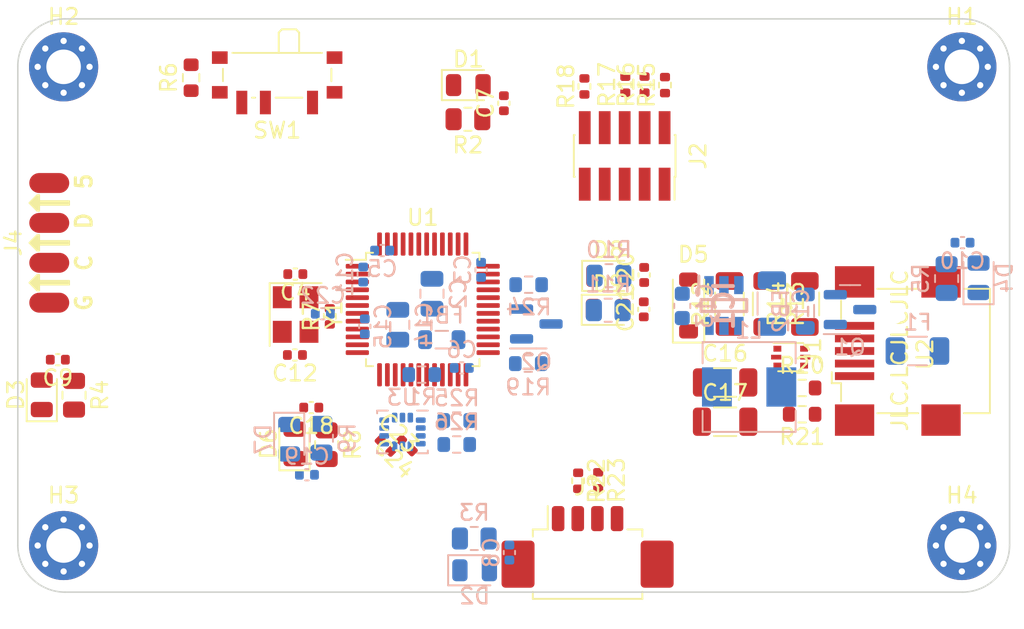
<source format=kicad_pcb>
(kicad_pcb (version 20221018) (generator pcbnew)
  (layers (0 "F.Cu" signal) (31 "B.Cu" signal) (34 "B.Paste" user) (35 "F.Paste" user) (36 "B.SilkS" user "B.Silkscreen") (37 "F.SilkS" user "F.Silkscreen") (38 "B.Mask" user) (39 "F.Mask" user) (44 "Edge.Cuts" user))
  (net 0 "")
  (net 1 "BUCK_EN")
  (net 2 "GND")
  (net 3 "+3.3V")
  (net 4 "HSE_IN")
  (net 5 "Net-(C12-Pad1)")
  (net 6 "BUCK_SW")
  (net 7 "BUCK_BST")
  (net 8 "+3.3VA")
  (net 9 "NRST")
  (net 10 "Net-(D1-K)")
  (net 11 "Net-(D2-K)")
  (net 12 "Net-(D3-K)")
  (net 13 "Net-(D4-K)")
  (net 14 "Net-(D6-K)")
  (net 15 "Net-(D7-K)")
  (net 16 "Net-(D8-K)")
  (net 17 "Net-(D9-K)")
  (net 18 "USB_CONN_5V")
  (net 19 "Net-(Q1-D)")
  (net 20 "Net-(Q1-S)")
  (net 21 "BUCK_FB")
  (net 22 "USB_CONN_D-")
  (net 23 "USB_CONN_D+")
  (net 24 "Net-(J2-Pin_2)")
  (net 25 "Net-(J2-Pin_4)")
  (net 26 "Net-(J2-Pin_6)")
  (net 29 "Net-(J2-Pin_10)")
  (net 30 "SPI2_SCK")
  (net 31 "SPI2_MOSI")
  (net 32 "Net-(Q2-B)")
  (net 33 "Net-(Q2-E)")
  (net 34 "BOOT1")
  (net 35 "TIM4_CH1")
  (net 36 "TIM4_CH2")
  (net 37 "TIM4_CH3")
  (net 38 "TIM4_CH4")
  (net 39 "Net-(SW1-B)")
  (net 40 "BOOT0")
  (net 41 "HSE_OUT")
  (net 42 "TIM2_CH1")
  (net 43 "TIM2_CH2")
  (net 44 "TIM2_CH3")
  (net 45 "TIM2_CH4")
  (net 46 "Net-(R13-Pad2)")
  (net 47 "SWDIO")
  (net 48 "SWCLK")
  (net 49 "SWO")
  (net 50 "USB_PULLUP")
  (net 51 "USART1_TX")
  (net 52 "USART1_RX")
  (net 53 "USB_D+")
  (net 54 "Net-(U3-SDX)")
  (net 55 "Net-(U3-SCX)")
  (net 59 "SPI1_NCS_GYR")
  (net 60 "SPI1_SCK")
  (net 61 "SPI1_MISO")
  (net 62 "SPI1_MOSI")
  (net 69 "USB_D-")
  (net 78 "Net-(J3-Pin_2)")
  (net 79 "Net-(J3-Pin_3)")
  (footprint "Resistor_SMD:R_1206_3216Metric" (layer "F.Cu") (at 201.075 91.4 -90)
    (fp_text reference "R13" (at 0 -1.82 90) (layer "F.SilkS"))
    (fp_text value "15k")
    (pad "1" smd roundrect (at -1.4625 0 270) (size 1.125 1.75) (layers "F.Cu" "F.Paste" "F.Mask") (roundrect_rratio 0.222222) (net 21 "BUCK_FB"))
    (pad "2" smd roundrect (at 1.4625 0 270) (size 1.125 1.75) (layers "F.Cu" "F.Paste" "F.Mask") (roundrect_rratio 0.222222) (net 46 "Net-(R13-Pad2)"))
  )
  (footprint "Capacitor_SMD:C_1206_3216Metric" (layer "F.Cu") (at 198.4 98.9)
    (fp_text reference "C17" (at 0 -1.85) (layer "F.SilkS"))
    (fp_text value "10u")
    (pad "1" smd roundrect (at -1.475 0) (size 1.15 1.8) (layers "F.Cu" "F.Paste" "F.Mask") (roundrect_rratio 0.217391) (net 3 "+3.3V"))
    (pad "2" smd roundrect (at 1.475 0) (size 1.15 1.8) (layers "F.Cu" "F.Paste" "F.Mask") (roundrect_rratio 0.217391) (net 2 "GND"))
  )
  (footprint "Resistor_SMD:R_0805_2012Metric" (layer "F.Cu") (at 156.975 97.2125 -90)
    (fp_text reference "R4" (at 0 -1.65 90) (layer "F.SilkS"))
    (fp_text value "TODO")
    (pad "1" smd roundrect (at -0.9125 0 270) (size 1.025 1.4) (layers "F.Cu" "F.Paste" "F.Mask") (roundrect_rratio 0.243902) (net 37 "TIM4_CH3"))
    (pad "2" smd roundrect (at 0.9125 0 270) (size 1.025 1.4) (layers "F.Cu" "F.Paste" "F.Mask") (roundrect_rratio 0.243902) (net 12 "Net-(D3-K)"))
  )
  (footprint "Resistor_SMD:R_0402_1005Metric" (layer "F.Cu") (at 189.05 102.66 -90)
    (fp_text reference "R22" (at 0 -1.17 90) (layer "F.SilkS"))
    (fp_text value "22")
    (pad "1" smd roundrect (at -0.51 0 270) (size 0.54 0.64) (layers "F.Cu" "F.Paste" "F.Mask") (net 51 "USART1_TX"))
    (pad "2" smd roundrect (at 0.51 0 270) (size 0.54 0.64) (layers "F.Cu" "F.Paste" "F.Mask") (net 78 "Net-(J3-Pin_2)"))
  )
  (footprint "Resistor_SMD:R_0402_1005Metric" (layer "F.Cu") (at 194.575 77.465001 90)
    (fp_text reference "R15" (at 0 -1.17 90) (layer "F.SilkS"))
    (fp_text value "22")
    (pad "1" smd roundrect (at -0.51 0 90) (size 0.54 0.64) (layers "F.Cu" "F.Paste" "F.Mask") (net 24 "Net-(J2-Pin_2)"))
    (pad "2" smd roundrect (at 0.51 0 90) (size 0.54 0.64) (layers "F.Cu" "F.Paste" "F.Mask") (net 47 "SWDIO"))
  )
  (footprint "MountingHole:MountingHole_2.2mm_M2_Pad_Via" (layer "F.Cu") (at 156.313274 106.783274)
    (fp_text reference "H3" (at 0 -3.2) (layer "F.SilkS"))
    (fp_text value "M2")
    (pad "1" thru_hole circle (at -1.65 0) (size 0.7 0.7) (drill 0.4) (layers "*.Cu" "*.Mask") (net 2 "GND"))
    (pad "1" thru_hole circle (at -1.166726 -1.166726) (size 0.7 0.7) (drill 0.4) (layers "*.Cu" "*.Mask") (net 2 "GND"))
    (pad "1" thru_hole circle (at -1.166726 1.166726) (size 0.7 0.7) (drill 0.4) (layers "*.Cu" "*.Mask") (net 2 "GND"))
    (pad "1" thru_hole circle (at 0 -1.65) (size 0.7 0.7) (drill 0.4) (layers "*.Cu" "*.Mask") (net 2 "GND"))
    (pad "1" thru_hole circle (at 0 0) (size 4.4 4.4) (drill 2.2) (layers "*.Cu" "*.Mask") (net 2 "GND"))
    (pad "1" thru_hole circle (at 0 1.65) (size 0.7 0.7) (drill 0.4) (layers "*.Cu" "*.Mask") (net 2 "GND"))
    (pad "1" thru_hole circle (at 1.166726 -1.166726) (size 0.7 0.7) (drill 0.4) (layers "*.Cu" "*.Mask") (net 2 "GND"))
    (pad "1" thru_hole circle (at 1.166726 1.166726) (size 0.7 0.7) (drill 0.4) (layers "*.Cu" "*.Mask") (net 2 "GND"))
    (pad "1" thru_hole circle (at 1.65 0) (size 0.7 0.7) (drill 0.4) (layers "*.Cu" "*.Mask") (net 2 "GND"))
  )
  (footprint "Crystal:Crystal_SMD_3225-4Pin_3.2x2.5mm" (layer "F.Cu") (at 171.075 92.075 -90)
    (fp_text reference "Y1" (at 0 -2.45 90) (layer "F.SilkS"))
    (fp_text value "12MHz")
    (pad "1" smd rect (at -1.1 0.85 270) (size 1.4 1.2) (layers "F.Cu" "F.Paste" "F.Mask") (net 4 "HSE_IN"))
    (pad "2" smd rect (at 1.1 0.85 270) (size 1.4 1.2) (layers "F.Cu" "F.Paste" "F.Mask") (net 2 "GND"))
    (pad "3" smd rect (at 1.1 -0.85 270) (size 1.4 1.2) (layers "F.Cu" "F.Paste" "F.Mask") (net 5 "Net-(C12-Pad1)"))
    (pad "4" smd rect (at -1.1 -0.85 270) (size 1.4 1.2) (layers "F.Cu" "F.Paste" "F.Mask") (net 2 "GND"))
  )
  (footprint "Diode_SMD:D_SOD-123" (layer "F.Cu") (at 196.075 91.5 90)
    (fp_text reference "D5" (at 3.25 0.3) (layer "F.SilkS"))
    (fp_text value "B5819W")
    (pad "1" smd roundrect (at -1.65 0 90) (size 0.9 1.2) (layers "F.Cu" "F.Paste" "F.Mask") (net 6 "BUCK_SW"))
    (pad "2" smd roundrect (at 1.65 0 90) (size 0.9 1.2) (layers "F.Cu" "F.Paste" "F.Mask") (net 2 "GND"))
  )
  (footprint "Button_Switch_SMD:SW_SPDT_PCM12" (layer "F.Cu") (at 169.9 77.145 180)
    (fp_text reference "SW1" (at 0 -3.2) (layer "F.SilkS"))
    (fp_text value "SW_SPDT")
    (pad "" smd rect (at -3.65 -0.78 180) (size 1 0.8) (layers "F.Cu" "F.Paste" "F.Mask"))
    (pad "" smd rect (at -3.65 1.43 180) (size 1 0.8) (layers "F.Cu" "F.Paste" "F.Mask"))
    (pad "" np_thru_hole circle (at -1.5 0.33 180) (size 0.9 0.9) (drill 0.9) (layers "*.Cu" "*.Mask"))
    (pad "" np_thru_hole circle (at 1.5 0.33 180) (size 0.9 0.9) (drill 0.9) (layers "*.Cu" "*.Mask"))
    (pad "" smd rect (at 3.65 -0.78 180) (size 1 0.8) (layers "F.Cu" "F.Paste" "F.Mask"))
    (pad "" smd rect (at 3.65 1.43 180) (size 1 0.8) (layers "F.Cu" "F.Paste" "F.Mask"))
    (pad "1" smd rect (at -2.25 -1.43 180) (size 0.7 1.5) (layers "F.Cu" "F.Paste" "F.Mask") (net 2 "GND"))
    (pad "2" smd rect (at 0.75 -1.43 180) (size 0.7 1.5) (layers "F.Cu" "F.Paste" "F.Mask") (net 39 "Net-(SW1-B)"))
    (pad "3" smd rect (at 2.25 -1.43 180) (size 0.7 1.5) (layers "F.Cu" "F.Paste" "F.Mask") (net 3 "+3.3V"))
  )
  (footprint "MountingHole:MountingHole_2.2mm_M2_Pad_Via" (layer "F.Cu") (at 213.463274 106.783274)
    (fp_text reference "H4" (at 0 -3.2) (layer "F.SilkS"))
    (fp_text value "M2")
    (pad "1" thru_hole circle (at -1.65 0) (size 0.7 0.7) (drill 0.4) (layers "*.Cu" "*.Mask") (net 2 "GND"))
    (pad "1" thru_hole circle (at -1.166726 -1.166726) (size 0.7 0.7) (drill 0.4) (layers "*.Cu" "*.Mask") (net 2 "GND"))
    (pad "1" thru_hole circle (at -1.166726 1.166726) (size 0.7 0.7) (drill 0.4) (layers "*.Cu" "*.Mask") (net 2 "GND"))
    (pad "1" thru_hole circle (at 0 -1.65) (size 0.7 0.7) (drill 0.4) (layers "*.Cu" "*.Mask") (net 2 "GND"))
    (pad "1" thru_hole circle (at 0 0) (size 4.4 4.4) (drill 2.2) (layers "*.Cu" "*.Mask") (net 2 "GND"))
    (pad "1" thru_hole circle (at 0 1.65) (size 0.7 0.7) (drill 0.4) (layers "*.Cu" "*.Mask") (net 2 "GND"))
    (pad "1" thru_hole circle (at 1.166726 -1.166726) (size 0.7 0.7) (drill 0.4) (layers "*.Cu" "*.Mask") (net 2 "GND"))
    (pad "1" thru_hole circle (at 1.166726 1.166726) (size 0.7 0.7) (drill 0.4) (layers "*.Cu" "*.Mask") (net 2 "GND"))
    (pad "1" thru_hole circle (at 1.65 0) (size 0.7 0.7) (drill 0.4) (layers "*.Cu" "*.Mask") (net 2 "GND"))
  )
  (footprint "MountingHole:MountingHole_2.2mm_M2_Pad_Via" (layer "F.Cu") (at 213.463274 76.303274)
    (fp_text reference "H1" (at 0 -3.2) (layer "F.SilkS"))
    (fp_text value "M2")
    (pad "1" thru_hole circle (at -1.65 0) (size 0.7 0.7) (drill 0.4) (layers "*.Cu" "*.Mask") (net 2 "GND"))
    (pad "1" thru_hole circle (at -1.166726 -1.166726) (size 0.7 0.7) (drill 0.4) (layers "*.Cu" "*.Mask") (net 2 "GND"))
    (pad "1" thru_hole circle (at -1.166726 1.166726) (size 0.7 0.7) (drill 0.4) (layers "*.Cu" "*.Mask") (net 2 "GND"))
    (pad "1" thru_hole circle (at 0 -1.65) (size 0.7 0.7) (drill 0.4) (layers "*.Cu" "*.Mask") (net 2 "GND"))
    (pad "1" thru_hole circle (at 0 0) (size 4.4 4.4) (drill 2.2) (layers "*.Cu" "*.Mask") (net 2 "GND"))
    (pad "1" thru_hole circle (at 0 1.65) (size 0.7 0.7) (drill 0.4) (layers "*.Cu" "*.Mask") (net 2 "GND"))
    (pad "1" thru_hole circle (at 1.166726 -1.166726) (size 0.7 0.7) (drill 0.4) (layers "*.Cu" "*.Mask") (net 2 "GND"))
    (pad "1" thru_hole circle (at 1.166726 1.166726) (size 0.7 0.7) (drill 0.4) (layers "*.Cu" "*.Mask") (net 2 "GND"))
    (pad "1" thru_hole circle (at 1.65 0) (size 0.7 0.7) (drill 0.4) (layers "*.Cu" "*.Mask") (net 2 "GND"))
  )
  (footprint "LED_SMD:LED_0805_2012Metric" (layer "F.Cu") (at 190.9625 91.775)
    (fp_text reference "D9" (at 0 -1.65) (layer "F.SilkS"))
    (fp_text value "Y/W/G")
    (pad "1" smd roundrect (at -0.9375 0) (size 0.975 1.4) (layers "F.Cu" "F.Paste" "F.Mask") (net 17 "Net-(D9-K)"))
    (pad "2" smd roundrect (at 0.9375 0) (size 0.975 1.4) (layers "F.Cu" "F.Paste" "F.Mask") (net 3 "+3.3V"))
  )
  (footprint "Resistor_SMD:R_1206_3216Metric" (layer "F.Cu") (at 198.675 91.4 90)
    (fp_text reference "R12" (at 0 -1.82 90) (layer "F.SilkS"))
    (fp_text value "47k")
    (pad "1" smd roundrect (at -1.4625 0 90) (size 1.125 1.75) (layers "F.Cu" "F.Paste" "F.Mask") (roundrect_rratio 0.222222) (net 3 "+3.3V"))
    (pad "2" smd roundrect (at 1.4625 0 90) (size 1.125 1.75) (layers "F.Cu" "F.Paste" "F.Mask") (roundrect_rratio 0.222222) (net 21 "BUCK_FB"))
  )
  (footprint "Capacitor_SMD:C_0402_1005Metric" (layer "F.Cu") (at 184.325 78.62 90)
    (fp_text reference "C7" (at 0 -1.16 90) (layer "F.SilkS"))
    (fp_text value "100n")
    (pad "1" smd roundrect (at -0.48 0 90) (size 0.56 0.62) (layers "F.Cu" "F.Paste" "F.Mask") (net 2 "GND"))
    (pad "2" smd roundrect (at 0.48 0 90) (size 0.56 0.62) (layers "F.Cu" "F.Paste" "F.Mask") (net 3 "+3.3V"))
  )
  (footprint "Capacitor_SMD:C_0402_1005Metric" (layer "F.Cu") (at 193.225 91.745 90)
    (fp_text reference "C21" (at 0 -1.16 90) (layer "F.SilkS"))
    (fp_text value "100n")
    (pad "1" smd roundrect (at -0.48 0 90) (size 0.56 0.62) (layers "F.Cu" "F.Paste" "F.Mask") (net 2 "GND"))
    (pad "2" smd roundrect (at 0.48 0 90) (size 0.56 0.62) (layers "F.Cu" "F.Paste" "F.Mask") (net 3 "+3.3V"))
  )
  (footprint "Capacitor_SMD:C_0402_1005Metric" (layer "F.Cu") (at 178.15 100.410589 135)
    (fp_text reference "C24" (at 0 -1.16 135) (layer "F.SilkS"))
    (fp_text value "100n")
    (pad "1" smd roundrect (at -0.48 0 135) (size 0.56 0.62) (layers "F.Cu" "F.Paste" "F.Mask") (net 3 "+3.3V"))
    (pad "2" smd roundrect (at 0.48 0 135) (size 0.56 0.62) (layers "F.Cu" "F.Paste" "F.Mask") (net 2 "GND"))
  )
  (footprint "Resistor_SMD:R_0402_1005Metric" (layer "F.Cu") (at 173.25 92.19 90)
    (fp_text reference "R7" (at 0 -1.17 90) (layer "F.SilkS"))
    (fp_text value "47")
    (pad "1" smd roundrect (at -0.51 0 90) (size 0.54 0.64) (layers "F.Cu" "F.Paste" "F.Mask") (net 5 "Net-(C12-Pad1)"))
    (pad "2" smd roundrect (at 0.51 0 90) (size 0.54 0.64) (layers "F.Cu" "F.Paste" "F.Mask") (net 41 "HSE_OUT"))
  )
  (footprint "Resistor_SMD:R_0603_1608Metric" (layer "F.Cu") (at 203.3 98.425 180)
    (fp_text reference "R21" (at 0 -1.43) (layer "F.SilkS"))
    (fp_text value "36k")
    (pad "1" smd roundrect (at -0.825 0 180) (size 0.8 0.95) (layers "F.Cu" "F.Paste" "F.Mask") (net 2 "GND"))
    (pad "2" smd roundrect (at 0.825 0 180) (size 0.8 0.95) (layers "F.Cu" "F.Paste" "F.Mask") (net 32 "Net-(Q2-B)"))
  )
  (footprint "Capacitor_SMD:C_0402_1005Metric" (layer "F.Cu") (at 171.03 94.65 180)
    (fp_text reference "C12" (at 0 -1.16) (layer "F.SilkS"))
    (fp_text value "20p")
    (pad "1" smd roundrect (at -0.48 0 180) (size 0.56 0.62) (layers "F.Cu" "F.Paste" "F.Mask") (net 5 "Net-(C12-Pad1)"))
    (pad "2" smd roundrect (at 0.48 0 180) (size 0.56 0.62) (layers "F.Cu" "F.Paste" "F.Mask") (net 2 "GND"))
  )
  (footprint "LED_SMD:LED_0805_2012Metric" (layer "F.Cu") (at 190.9875 89.615)
    (fp_text reference "D8" (at 0 -1.65) (layer "F.SilkS"))
    (fp_text value "Y/W/G")
    (pad "1" smd roundrect (at -0.9375 0) (size 0.975 1.4) (layers "F.Cu" "F.Paste" "F.Mask") (net 16 "Net-(D8-K)"))
    (pad "2" smd roundrect (at 0.9375 0) (size 0.975 1.4) (layers "F.Cu" "F.Paste" "F.Mask") (net 3 "+3.3V"))
  )
  (footprint "Package_QFP:LQFP-48_7x7mm_P0.5mm" (layer "F.Cu") (at 179.1625 91.75)
    (fp_text reference "U1" (at 0 -5.85) (layer "F.SilkS"))
    (fp_text value "STM32F103C8Tx")
    (pad "1" smd roundrect (at -4.1625 -2.75) (size 1.475 0.3) (layers "F.Cu" "F.Paste" "F.Mask") (net 3 "+3.3V"))
    (pad "2" smd roundrect (at -4.1625 -2.25) (size 1.475 0.3) (layers "F.Cu" "F.Paste" "F.Mask"))
    (pad "3" smd roundrect (at -4.1625 -1.75) (size 1.475 0.3) (layers "F.Cu" "F.Paste" "F.Mask"))
    (pad "4" smd roundrect (at -4.1625 -1.25) (size 1.475 0.3) (layers "F.Cu" "F.Paste" "F.Mask"))
    (pad "5" smd roundrect (at -4.1625 -0.75) (size 1.475 0.3) (layers "F.Cu" "F.Paste" "F.Mask") (net 4 "HSE_IN"))
    (pad "6" smd roundrect (at -4.1625 -0.25) (size 1.475 0.3) (layers "F.Cu" "F.Paste" "F.Mask") (net 41 "HSE_OUT"))
    (pad "7" smd roundrect (at -4.1625 0.25) (size 1.475 0.3) (layers "F.Cu" "F.Paste" "F.Mask") (net 9 "NRST"))
    (pad "8" smd roundrect (at -4.1625 0.75) (size 1.475 0.3) (layers "F.Cu" "F.Paste" "F.Mask") (net 2 "GND"))
    (pad "9" smd roundrect (at -4.1625 1.25) (size 1.475 0.3) (layers "F.Cu" "F.Paste" "F.Mask") (net 8 "+3.3VA"))
    (pad "10" smd roundrect (at -4.1625 1.75) (size 1.475 0.3) (layers "F.Cu" "F.Paste" "F.Mask") (net 42 "TIM2_CH1"))
    (pad "11" smd roundrect (at -4.1625 2.25) (size 1.475 0.3) (layers "F.Cu" "F.Paste" "F.Mask") (net 43 "TIM2_CH2"))
    (pad "12" smd roundrect (at -4.1625 2.75) (size 1.475 0.3) (layers "F.Cu" "F.Paste" "F.Mask") (net 44 "TIM2_CH3"))
    (pad "13" smd roundrect (at -2.75 4.1625) (size 0.3 1.475) (layers "F.Cu" "F.Paste" "F.Mask") (net 45 "TIM2_CH4"))
    (pad "14" smd roundrect (at -2.25 4.1625) (size 0.3 1.475) (layers "F.Cu" "F.Paste" "F.Mask") (net 59 "SPI1_NCS_GYR"))
    (pad "15" smd roundrect (at -1.75 4.1625) (size 0.3 1.475) (layers "F.Cu" "F.Paste" "F.Mask") (net 60 "SPI1_SCK"))
    (pad "16" smd roundrect (at -1.25 4.1625) (size 0.3 1.475) (layers "F.Cu" "F.Paste" "F.Mask") (net 61 "SPI1_MISO"))
    (pad "17" smd roundrect (at -0.75 4.1625) (size 0.3 1.475) (layers "F.Cu" "F.Paste" "F.Mask") (net 62 "SPI1_MOSI"))
    (pad "18" smd roundrect (at -0.25 4.1625) (size 0.3 1.475) (layers "F.Cu" "F.Paste" "F.Mask"))
    (pad "19" smd roundrect (at 0.25 4.1625) (size 0.3 1.475) (layers "F.Cu" "F.Paste" "F.Mask"))
    (pad "20" smd roundrect (at 0.75 4.1625) (size 0.3 1.475) (layers "F.Cu" "F.Paste" "F.Mask") (net 34 "BOOT1"))
    (pad "21" smd roundrect (at 1.25 4.1625) (size 0.3 1.475) (layers "F.Cu" "F.Paste" "F.Mask"))
    (pad "22" smd roundrect (at 1.75 4.1625) (size 0.3 1.475) (layers "F.Cu" "F.Paste" "F.Mask") (net 50 "USB_PULLUP"))
    (pad "23" smd roundrect (at 2.25 4.1625) (size 0.3 1.475) (layers "F.Cu" "F.Paste" "F.Mask") (net 2 "GND"))
    (pad "24" smd roundrect (at 2.75 4.1625) (size 0.3 1.475) (layers "F.Cu" "F.Paste" "F.Mask") (net 3 "+3.3V"))
    (pad "25" smd roundrect (at 4.1625 2.75) (size 1.475 0.3) (layers "F.Cu" "F.Paste" "F.Mask"))
    (pad "26" smd roundrect (at 4.1625 2.25) (size 1.475 0.3) (layers "F.Cu" "F.Paste" "F.Mask") (net 30 "SPI2_SCK"))
    (pad "27" smd roundrect (at 4.1625 1.75) (size 1.475 0.3) (layers "F.Cu" "F.Paste" "F.Mask"))
    (pad "28" smd roundrect (at 4.1625 1.25) (size 1.475 0.3) (layers "F.Cu" "F.Paste" "F.Mask") (net 31 "SPI2_MOSI"))
    (pad "29" smd roundrect (at 4.1625 0.75) (size 1.475 0.3) (layers "F.Cu" "F.Paste" "F.Mask"))
    (pad "30" smd roundrect (at 4.1625 0.25) (size 1.475 0.3) (layers "F.Cu" "F.Paste" "F.Mask") (net 51 "USART1_TX"))
    (pad "31" smd roundrect (at 4.1625 -0.25) (size 1.475 0.3) (layers "F.Cu" "F.Paste" "F.Mask") (net 52 "USART1_RX"))
    (pad "32" smd roundrect (at 4.1625 -0.75) (size 1.475 0.3) (layers "F.Cu" "F.Paste" "F.Mask") (net 69 "USB_D-"))
    (pad "33" smd roundrect (at 4.1625 -1.25) (size 1.475 0.3) (layers "F.Cu" "F.Paste" "F.Mask") (net 53 "USB_D+"))
    (pad "34" smd roundrect (at 4.1625 -1.75) (size 1.475 0.3) (layers "F.Cu" "F.Paste" "F.Mask") (net 47 "SWDIO"))
    (pad "35" smd roundrect (at 4.1625 -2.25) (size 1.475 0.3) (layers "F.Cu" "F.Paste" "F.Mask") (net 2 "GND"))
    (pad "36" smd roundrect (at 4.1625 -2.75) (size 1.475 0.3) (layers "F.Cu" "F.Paste" "F.Mask") (net 3 "+3.3V"))
    (pad "37" smd roundrect (at 2.75 -4.1625) (size 0.3 1.475) (layers "F.Cu" "F.Paste" "F.Mask") (net 48 "SWCLK"))
    (pad "38" smd roundrect (at 2.25 -4.1625) (size 0.3 1.475) (layers "F.Cu" "F.Paste" "F.Mask"))
    (pad "39" smd roundrect (at 1.75 -4.1625) (size 0.3 1.475) (layers "F.Cu" "F.Paste" "F.Mask") (net 49 "SWO"))
    (pad "40" smd roundrect (at 1.25 -4.1625) (size 0.3 1.475) (layers "F.Cu" "F.Paste" "F.Mask"))
    (pad "41" smd roundrect (at 0.75 -4.1625) (size 0.3 1.475) (layers "F.Cu" "F.Paste" "F.Mask"))
    (pad "42" smd roundrect (at 0.25 -4.1625) (size 0.3 1.475) (layers "F.Cu" "F.Paste" "F.Mask") (net 35 "TIM4_CH1"))
    (pad "43" smd roundrect (at -0.25 -4.1625) (size 0.3 1.475) (layers "F.Cu" "F.Paste" "F.Mask") (net 36 "TIM4_CH2"))
    (pad "44" smd roundrect (at -0.75 -4.1625) (size 0.3 1.475) (layers "F.Cu" "F.Paste" "F.Mask") (net 40 "BOOT0"))
    (pad "45" smd roundrect (at -1.25 -4.1625) (size 0.3 1.475) (layers "F.Cu" "F.Paste" "F.Mask") (net 37 "TIM4_CH3"))
    (pad "46" smd roundrect (at -1.75 -4.1625) (size 0.3 1.475) (layers "F.Cu" "F.Paste" "F.Mask") (net 38 "TIM4_CH4"))
    (pad "47" smd roundrect (at -2.25 -4.1625) (size 0.3 1.475) (layers "F.Cu" "F.Paste" "F.Mask") (net 2 "GND"))
    (pad "48" smd roundrect (at -2.75 -4.1625) (size 0.3 1.475) (layers "F.Cu" "F.Paste" "F.Mask") (net 3 "+3.3V"))
  )
  (footprint "Capacitor_SMD:C_1206_3216Metric" (layer "F.Cu") (at 198.399999 96.4)
    (fp_text reference "C16" (at 0 -1.85) (layer "F.SilkS"))
    (fp_text value "10u")
    (pad "1" smd roundrect (at -1.475 0) (size 1.15 1.8) (layers "F.Cu" "F.Paste" "F.Mask") (roundrect_rratio 0.217391) (net 3 "+3.3V"))
    (pad "2" smd roundrect (at 1.475 0) (size 1.15 1.8) (layers "F.Cu" "F.Paste" "F.Mask") (roundrect_rratio 0.217391) (net 2 "GND"))
  )
  (footprint "Capacitor_SMD:C_0402_1005Metric" (layer "F.Cu") (at 171.055 89.5 180)
    (fp_text reference "C4" (at 0 -1.16) (layer "F.SilkS"))
    (fp_text value "20p")
    (pad "1" smd roundrect (at -0.48 0 180) (size 0.56 0.62) (layers "F.Cu" "F.Paste" "F.Mask") (net 2 "GND"))
    (pad "2" smd roundrect (at 0.48 0 180) (size 0.56 0.62) (layers "F.Cu" "F.Paste" "F.Mask") (net 4 "HSE_IN"))
  )
  (footprint "Resistor_SMD:R_0805_2012Metric" (layer "F.Cu") (at 173.05 100.3625 -90)
    (fp_text reference "R8" (at 0 -1.65 90) (layer "F.SilkS"))
    (fp_text value "TODO")
    (pad "1" smd roundrect (at -0.9125 0 270) (size 1.025 1.4) (layers "F.Cu" "F.Paste" "F.Mask") (roundrect_rratio 0.243902) (net 42 "TIM2_CH1"))
    (pad "2" smd roundrect (at 0.9125 0 270) (size 1.025 1.4) (layers "F.Cu" "F.Paste" "F.Mask") (roundrect_rratio 0.243902) (net 14 "Net-(D6-K)"))
  )
  (footprint "homemade_footprints:SK9822_edge_solder" (layer "F.Cu") (at 155.4 87.51 90)
    (fp_text reference "J4" (at 0 -2.286 90) (layer "F.SilkS"))
    (fp_text value "SK9822")
    (fp_text user "5" (at 3.302 2.794 90 unlocked) (layer "F.SilkS") (effects (font (thickness 0.2) bold) (justify left bottom)))
    (fp_text user "D" (at 0.762 2.794 90 unlocked) (layer "F.SilkS") (effects (font (thickness 0.2) bold) (justify left bottom)))
    (fp_text user "C" (at -1.905 2.794 90 unlocked) (layer "F.SilkS") (effects (font (thickness 0.2) bold) (justify left bottom)))
    (fp_text user "G" (at -4.445 2.794 90 unlocked) (layer "F.SilkS") (effects (font (thickness 0.2) bold) (justify left bottom)))
    (pad "1" smd oval (at -3.81 0 270) (size 1.27 2.54) (layers "F.Cu" "F.Paste" "F.Mask") (net 2 "GND"))
    (pad "2" smd oval (at -1.27 0 270) (size 1.27 2.54) (layers "F.Cu" "F.Paste" "F.Mask") (net 30 "SPI2_SCK"))
    (pad "3" smd oval (at 1.27 0 270) (size 1.27 2.54) (layers "F.Cu" "F.Paste" "F.Mask") (net 31 "SPI2_MOSI"))
    (pad "4" smd oval (at 3.81 0 270) (size 1.27 2.54) (layers "F.Cu" "F.Paste" "F.Mask") (net 18 "USB_CONN_5V"))
  )
  (footprint "Resistor_SMD:R_0402_1005Metric" (layer "F.Cu") (at 190.325 102.629998 -90)
    (fp_text reference "R23" (at 0 -1.17 90) (layer "F.SilkS"))
    (fp_text value "22")
    (pad "1" smd roundrect (at -0.51 0 270) (size 0.54 0.64) (layers "F.Cu" "F.Paste" "F.Mask") (net 52 "USART1_RX"))
    (pad "2" smd roundrect (at 0.51 0 270) (size 0.54 0.64) (layers "F.Cu" "F.Paste" "F.Mask") (net 79 "Net-(J3-Pin_3)"))
  )
  (footprint "Resistor_SMD:R_0603_1608Metric" (layer "F.Cu") (at 203.3 96.75)
    (fp_text reference "R20" (at 0 -1.43) (layer "F.SilkS"))
    (fp_text value "10k")
    (pad "1" smd roundrect (at -0.825 0) (size 0.8 0.95) (layers "F.Cu" "F.Paste" "F.Mask") (net 32 "Net-(Q2-B)"))
    (pad "2" smd roundrect (at 0.825 0) (size 0.8 0.95) (layers "F.Cu" "F.Paste" "F.Mask") (net 1 "BUCK_EN"))
  )
  (footprint "Resistor_SMD:R_0805_2012Metric" (layer "F.Cu") (at 182.0375 79.64 180)
    (fp_text reference "R2" (at 0 -1.65) (layer "F.SilkS"))
    (fp_text value "TODO")
    (pad "1" smd roundrect (at -0.9125 0 180) (size 1.025 1.4) (layers "F.Cu" "F.Paste" "F.Mask") (roundrect_rratio 0.243902) (net 35 "TIM4_CH1"))
    (pad "2" smd roundrect (at 0.9125 0 180) (size 1.025 1.4) (layers "F.Cu" "F.Paste" "F.Mask") (roundrect_rratio 0.243902) (net 10 "Net-(D1-K)"))
  )
  (footprint "Capacitor_SMD:C_0402_1005Metric" (layer "F.Cu") (at 176.8 100.435589 -45)
    (fp_text reference "C23" (at 0 -1.16 135) (layer "F.SilkS"))
    (fp_text value "100n")
    (pad "1" smd roundrect (at -0.48 0 315) (size 0.56 0.62) (layers "F.Cu" "F.Paste" "F.Mask") (net 3 "+3.3V"))
    (pad "2" smd roundrect (at 0.48 0 315) (size 0.56 0.62) (layers "F.Cu" "F.Paste" "F.Mask") (net 2 "GND"))
  )
  (footprint "LED_SMD:LED_0805_2012Metric" (layer "F.Cu") (at 182.0625 77.465)
    (fp_text reference "D1" (at 0 -1.65) (layer "F.SilkS"))
    (fp_text value "Y/W/G")
    (pad "1" smd roundrect (at -0.9375 0) (size 0.975 1.4) (layers "F.Cu" "F.Paste" "F.Mask") (net 10 "Net-(D1-K)"))
    (pad "2" smd roundrect (at 0.9375 0) (size 0.975 1.4) (layers "F.Cu" "F.Paste" "F.Mask") (net 3 "+3.3V"))
  )
  (footprint "Package_TO_SOT_SMD:SOT-666" (layer "F.Cu") (at 202.5754 94.7873)
    (fp_text reference "U2" (at 8.5462 -0.1819 90) (layer "F.SilkS"))
    (fp_text value "USBLC6-2P6")
    (pad "1" smd rect (at -0.85 -0.5375) (size 0.5 0.375) (layers "F.Cu" "F.Paste" "F.Mask") (net 53 "USB_D+"))
    (pad "2" smd rect (at -0.925 0) (size 0.65 0.3) (layers "F.Cu" "F.Paste" "F.Mask") (net 2 "GND"))
    (pad "3" smd rect (at -0.85 0.5375) (size 0.5 0.375) (layers "F.Cu" "F.Paste" "F.Mask") (net 69 "USB_D-"))
    (pad "4" smd rect (at 0.85 0.5375) (size 0.5 0.375) (layers "F.Cu" "F.Paste" "F.Mask") (net 22 "USB_CONN_D-"))
    (pad "5" smd rect (at 0.925 0) (size 0.65 0.3) (layers "F.Cu" "F.Paste" "F.Mask") (net 18 "USB_CONN_5V"))
    (pad "6" smd rect (at 0.85 -0.5375) (size 0.5 0.375) (layers "F.Cu" "F.Paste" "F.Mask") (net 23 "USB_CONN_D+"))
  )
  (footprint "Connector_USB:USB_Mini-B_Wuerth_65100516121_Horizontal" (layer "F.Cu") (at 209.2376 94.3964 90)
    (fp_text reference "J1" (at 0 -5.25 90) (layer "F.SilkS"))
    (fp_text value "USB_B_Mini")
    (pad "" np_thru_hole circle (at -2.2 0 90) (size 0.9 0.9) (drill 0.9) (layers "*.Cu" "*.Mask"))
    (pad "" np_thru_hole circle (at 2.2 0 90) (size 0.9 0.9) (drill 0.9) (layers "*.Cu" "*.Mask"))
    (pad "1" smd rect (at -1.6 -2.6 90) (size 0.5 2.5) (layers "F.Cu" "F.Paste" "F.Mask") (net 18 "USB_CONN_5V"))
    (pad "2" smd rect (at -0.8 -2.6 90) (size 0.5 2.5) (layers "F.Cu" "F.Paste" "F.Mask") (net 22 "USB_CONN_D-"))
    (pad "3" smd rect (at 0 -2.6 90) (size 0.5 2.5) (layers "F.Cu" "F.Paste" "F.Mask") (net 23 "USB_CONN_D+"))
    (pad "4" smd rect (at 0.8 -2.6 90) (size 0.5 2.5) (layers "F.Cu" "F.Paste" "F.Mask"))
    (pad "5" smd rect (at 1.6 -2.6 90) (size 0.5 2.5) (layers "F.Cu" "F.Paste" "F.Mask") (net 2 "GND"))
    (pad "6" smd rect (at -4.4 -2.6 90) (size 2 2.5) (layers "F.Cu" "F.Paste" "F.Mask") (net 2 "GND"))
    (pad "6" smd rect (at -4.4 2.9 90) (size 2 2.5) (layers "F.Cu" "F.Paste" "F.Mask") (net 2 "GND"))
    (pad "6" smd rect (at 4.4 -2.6 90) (size 2 2.5) (layers "F.Cu" "F.Paste" "F.Mask") (net 2 "GND"))
    (pad "6" smd rect (at 4.4 2.9 90) (size 2 2.5) (layers "F.Cu" "F.Paste" "F.Mask") (net 2 "GND"))
  )
  (footprint "Capacitor_SMD:C_0402_1005Metric" (layer "F.Cu") (at 172.07 98 180)
    (fp_text reference "C18" (at 0 -1.16) (layer "F.SilkS"))
    (fp_text value "100n")
    (pad "1" smd roundrect (at -0.48 0 180) (size 0.56 0.62) (layers "F.Cu" "F.Paste" "F.Mask") (net 2 "GND"))
    (pad "2" smd roundrect (at 0.48 0 180) (size 0.56 0.62) (layers "F.Cu" "F.Paste" "F.Mask") (net 3 "+3.3V"))
  )
  (footprint "Connector_Molex:Molex_PicoBlade_53261-0471_1x04-1MP_P1.25mm_Horizontal" (layer "F.Cu") (at 189.65 107.469999)
    (fp_text reference "J3" (at 0 -4.4) (layer "F.SilkS"))
    (fp_text value "Conn_01x04_MountingPin")
    (pad "1" smd roundrect (at -1.875 -2.4) (size 0.8 1.6) (layers "F.Cu" "F.Paste" "F.Mask") (net 3 "+3.3V"))
    (pad "2" smd roundrect (at -0.625 -2.4) (size 0.8 1.6) (layers "F.Cu" "F.Paste" "F.Mask") (net 78 "Net-(J3-Pin_2)"))
    (pad "3" smd roundrect (at 0.625 -2.4) (size 0.8 1.6) (layers "F.Cu" "F.Paste" "F.Mask") (net 79 "Net-(J3-Pin_3)"))
    (pad "4" smd roundrect (at 1.875 -2.4) (size 0.8 1.6) (layers "F.Cu" "F.Paste" "F.Mask") (net 2 "GND"))
    (pad "MP" smd roundrect (at -4.425 0.5) (size 2.1 3) (layers "F.Cu" "F.Paste" "F.Mask") (roundrect_rratio 0.119048))
    (pad "MP" smd roundrect (at 4.425 0.5) (size 2.1 3) (layers "F.Cu" "F.Paste" "F.Mask") (roundrect_rratio 0.119048))
  )
  (footprint "Resistor_SMD:R_0603_1608Metric" (layer "F.Cu") (at 164.425 76.995 90)
    (fp_text reference "R6" (at 0 -1.43 90) (layer "F.SilkS"))
    (fp_text value "10k")
    (pad "1" smd roundrect (at -0.825 0 90) (size 0.8 0.95) (layers "F.Cu" "F.Paste" "F.Mask") (net 39 "Net-(SW1-B)"))
    (pad "2" smd roundrect (at 0.825 0 90) (size 0.8 0.95) (layers "F.Cu" "F.Paste" "F.Mask") (net 40 "BOOT0"))
  )
  (footprint "Resistor_SMD:R_0402_1005Metric" (layer "F.Cu") (at 189.45 77.55 90)
    (fp_text reference "R18" (at 0 -1.17 90) (layer "F.SilkS"))
    (fp_text value "22")
    (pad "1" smd roundrect (at -0.51 0 90) (size 0.54 0.64) (layers "F.Cu" "F.Paste" "F.Mask") (net 29 "Net-(J2-Pin_10)"))
    (pad "2" smd roundrect (at 0.51 0 90) (size 0.54 0.64) (layers "F.Cu" "F.Paste" "F.Mask") (net 9 "NRST"))
  )
  (footprint "LED_SMD:LED_0805_2012Metric" (layer "F.Cu") (at 154.925 97.1875 90)
    (fp_text reference "D3" (at 0 -1.65 90) (layer "F.SilkS"))
    (fp_text value "Y/W/G")
    (pad "1" smd roundrect (at -0.9375 0 90) (size 0.975 1.4) (layers "F.Cu" "F.Paste" "F.Mask") (net 12 "Net-(D3-K)"))
    (pad "2" smd roundrect (at 0.9375 0 90) (size 0.975 1.4) (layers "F.Cu" "F.Paste" "F.Mask") (net 3 "+3.3V"))
  )
  (footprint "MountingHole:MountingHole_2.2mm_M2_Pad_Via" (layer "F.Cu") (at 156.313274 76.303274)
    (fp_text reference "H2" (at 0 -3.2) (layer "F.SilkS"))
    (fp_text value "M2")
    (pad "1" thru_hole circle (at -1.65 0) (size 0.7 0.7) (drill 0.4) (layers "*.Cu" "*.Mask") (net 2 "GND"))
    (pad "1" thru_hole circle (at -1.166726 -1.166726) (size 0.7 0.7) (drill 0.4) (layers "*.Cu" "*.Mask") (net 2 "GND"))
    (pad "1" thru_hole circle (at -1.166726 1.166726) (size 0.7 0.7) (drill 0.4) (layers "*.Cu" "*.Mask") (net 2 "GND"))
    (pad "1" thru_hole circle (at 0 -1.65) (size 0.7 0.7) (drill 0.4) (layers "*.Cu" "*.Mask") (net 2 "GND"))
    (pad "1" thru_hole circle (at 0 0) (size 4.4 4.4) (drill 2.2) (layers "*.Cu" "*.Mask") (net 2 "GND"))
    (pad "1" thru_hole circle (at 0 1.65) (size 0.7 0.7) (drill 0.4) (layers "*.Cu" "*.Mask") (net 2 "GND"))
    (pad "1" thru_hole circle (at 1.166726 -1.166726) (size 0.7 0.7) (drill 0.4) (layers "*.Cu" "*.Mask") (net 2 "GND"))
    (pad "1" thru_hole circle (at 1.166726 1.166726) (size 0.7 0.7) (drill 0.4) (layers "*.Cu" "*.Mask") (net 2 "GND"))
    (pad "1" thru_hole circle (at 1.65 0) (size 0.7 0.7) (drill 0.4) (layers "*.Cu" "*.Mask") (net 2 "GND"))
  )
  (footprint "Resistor_SMD:R_1206_3216Metric" (layer "F.Cu") (at 203.475 91.4 90)
    (fp_text reference "R14" (at 0 -1.82 90) (layer "F.SilkS"))
    (fp_text value "270")
    (pad "1" smd roundrect (at -1.4625 0 90) (size 1.125 1.75) (layers "F.Cu" "F.Paste" "F.Mask") (roundrect_rratio 0.222222) (net 46 "Net-(R13-Pad2)"))
    (pad "2" smd roundrect (at 1.4625 0 90) (size 1.125 1.75) (layers "F.Cu" "F.Paste" "F.Mask") (roundrect_rratio 0.222222) (net 2 "GND"))
  )
  (footprint "Resistor_SMD:R_0402_1005Metric" (layer "F.Cu") (at 192.05 77.440001 90)
    (fp_text reference "R17" (at 0 -1.17 90) (layer "F.SilkS"))
    (fp_text value "22")
    (pad "1" smd roundrect (at -0.51 0 90) (size 0.54 0.64) (layers "F.Cu" "F.Paste" "F.Mask") (net 26 "Net-(J2-Pin_6)"))
    (pad "2" smd roundrect (at 0.51 0 90) (size 0.54 0.64) (layers "F.Cu" "F.Paste" "F.Mask") (net 49 "SWO"))
  )
  (footprint "Capacitor_SMD:C_0402_1005Metric" (layer "F.Cu") (at 193.25 89.555 90)
    (fp_text reference "C20" (at 0 -1.16 90) (layer "F.SilkS"))
    (fp_text value "100n")
    (pad "1" smd roundrect (at -0.48 0 90) (size 0.56 0.62) (layers "F.Cu" "F.Paste" "F.Mask") (net 2 "GND"))
    (pad "2" smd roundrect (at 0.48 0 90) (size 0.56 0.62) (layers "F.Cu" "F.Paste" "F.Mask") (net 3 "+3.3V"))
  )
  (footprint "Capacitor_SMD:C_0402_1005Metric" (layer "F.Cu") (at 155.945 94.95 180)
    (fp_text reference "C9" (at 0 -1.16) (layer "F.SilkS"))
    (fp_text value "100n")
    (pad "1" smd roundrect (at -0.48 0 180) (size 0.56 0.62) (layers "F.Cu" "F.Paste" "F.Mask") (net 2 "GND"))
    (pad "2" smd roundrect (at 0.48 0 180) (size 0.56 0.62) (layers "F.Cu" "F.Paste" "F.Mask") (net 3 "+3.3V"))
  )
  (footprint "Resistor_SMD:R_0402_1005Metric" (layer "F.Cu") (at 193.275 77.434999 90)
    (fp_text reference "R16" (at 0 -1.17 90) (layer "F.SilkS"))
    (fp_text value "22")
    (pad "1" smd roundrect (at -0.51 0 90) (size 0.54 0.64) (layers "F.Cu" "F.Paste" "F.Mask") (net 25 "Net-(J2-Pin_4)"))
    (pad "2" smd roundrect (at 0.51 0 90) (size 0.54 0.64) (layers "F.Cu" "F.Paste" "F.Mask") (net 48 "SWCLK"))
  )
  (footprint "LED_SMD:LED_0805_2012Metric" (layer "F.Cu") (at 171 100.3125 90)
    (fp_text reference "D6" (at 0 -1.65 90) (layer "F.SilkS"))
    (fp_text value "Y/W/G")
    (pad "1" smd roundrect (at -0.9375 0 90) (size 0.975 1.4) (layers "F.Cu" "F.Paste" "F.Mask") (net 14 "Net-(D6-K)"))
    (pad "2" smd roundrect (at 0.9375 0 90) (size 0.975 1.4) (layers "F.Cu" "F.Paste" "F.Mask") (net 3 "+3.3V"))
  )
  (footprint "Connector_PinSocket_1.27mm:PinSocket_2x05_P1.27mm_Vertical_SMD" (layer "F.Cu") (at 192.01 81.975 -90)
    (fp_text reference "J2" (at 0 -4.675 90) (layer "F.SilkS"))
    (fp_text value "SWD")
    (pad "1" smd rect (at 1.8 -2.54 270) (size 2.1 0.75) (layers "F.Cu" "F.Paste" "F.Mask") (net 3 "+3.3V"))
    (pad "2" smd rect (at -1.8 -2.54 270) (size 2.1 0.75) (layers "F.Cu" "F.Paste" "F.Mask") (net 24 "Net-(J2-Pin_2)"))
    (pad "3" smd rect (at 1.8 -1.27 270) (size 2.1 0.75) (layers "F.Cu" "F.Paste" "F.Mask") (net 2 "GND"))
    (pad "4" smd rect (at -1.8 -1.27 270) (size 2.1 0.75) (layers "F.Cu" "F.Paste" "F.Mask") (net 25 "Net-(J2-Pin_4)"))
    (pad "5" smd rect (at 1.8 0 270) (size 2.1 0.75) (layers "F.Cu" "F.Paste" "F.Mask") (net 2 "GND"))
    (pad "6" smd rect (at -1.8 0 270) (size 2.1 0.75) (layers "F.Cu" "F.Paste" "F.Mask") (net 26 "Net-(J2-Pin_6)"))
    (pad "7" smd rect (at 1.8 1.27 270) (size 2.1 0.75) (layers "F.Cu" "F.Paste" "F.Mask"))
    (pad "8" smd rect (at -1.8 1.27 270) (size 2.1 0.75) (layers "F.Cu" "F.Paste" "F.Mask"))
    (pad "9" smd rect (at 1.8 2.54 270) (size 2.1 0.75) (layers "F.Cu" "F.Paste" "F.Mask") (net 2 "GND"))
    (pad "10" smd rect (at -1.8 2.54 270) (size 2.1 0.75) (layers "F.Cu" "F.Paste" "F.Mask") (net 29 "Net-(J2-Pin_10)"))
  )
  (footprint "Resistor_SMD:R_0805_2012Metric" (layer "B.Cu") (at 212.493 89.78473 -90)
    (fp_text reference "R5" (at 0 1.65 90) (layer "B.SilkS") (effects (justify mirror)))
    (fp_text value "TODO")
    (pad "1" smd roundrect (at -0.9125 0 270) (size 1.025 1.4) (layers "B.Cu" "B.Paste" "B.Mask") (roundrect_rratio 0.243902) (net 38 "TIM4_CH4"))
    (pad "2" smd roundrect (at 0.9125 0 270) (size 1.025 1.4) (layers "B.Cu" "B.Paste" "B.Mask") (roundrect_rratio 0.243902) (net 13 "Net-(D4-K)"))
  )
  (footprint "Resistor_SMD:R_0603_1608Metric" (layer "B.Cu") (at 185.875 95.2)
    (fp_text reference "R19" (at 0 1.5) (layer "B.SilkS") (effects (justify mirror)))
    (fp_text value "100")
    (pad "1" smd roundrect (at -0.825 0) (size 0.8 0.95) (layers "B.Cu" "B.Paste" "B.Mask") (net 50 "USB_PULLUP"))
    (pad "2" smd roundrect (at 0.825 0) (size 0.8 0.95) (layers "B.Cu" "B.Paste" "B.Mask") (net 32 "Net-(Q2-B)"))
  )
  (footprint "Resistor_SMD:R_0805_2012Metric" (layer "B.Cu") (at 172.715 99.951869 90)
    (fp_text reference "R9" (at 0 1.65 90) (layer "B.SilkS") (effects (justify mirror)))
    (fp_text value "TODO")
    (pad "1" smd roundrect (at -0.9125 0 90) (size 1.025 1.4) (layers "B.Cu" "B.Paste" "B.Mask") (roundrect_rratio 0.243902) (net 43 "TIM2_CH2"))
    (pad "2" smd roundrect (at 0.9125 0 90) (size 1.025 1.4) (layers "B.Cu" "B.Paste" "B.Mask") (roundrect_rratio 0.243902) (net 15 "Net-(D7-K)"))
  )
  (footprint "SamacSys:SOT95P280X100-6N" (layer "B.Cu") (at 198.325 91.5 -90)
    (fp_text reference "IC1" (at 0 0 90) (layer "B.SilkS") (effects (font (size 1.27 1.27) (thickness 0.254)) (justify mirror)))
    (fp_text value "MP2359DJ-LF-Z" hide)
    (pad "1" smd rect (at -1.3 0.95 180) (size 0.6 1.15) (layers "B.Cu" "B.Paste" "B.Mask") (net 7 "BUCK_BST"))
    (pad "2" smd rect (at -1.3 0 180) (size 0.6 1.15) (layers "B.Cu" "B.Paste" "B.Mask") (net 2 "GND"))
    (pad "3" smd rect (at -1.3 -0.95 180) (size 0.6 1.15) (layers "B.Cu" "B.Paste" "B.Mask") (net 21 "BUCK_FB"))
    (pad "4" smd rect (at 1.3 -0.95 180) (size 0.6 1.15) (layers "B.Cu" "B.Paste" "B.Mask") (net 1 "BUCK_EN"))
    (pad "5" smd rect (at 1.3 0 180) (size 0.6 1.15) (layers "B.Cu" "B.Paste" "B.Mask") (net 1 "BUCK_EN"))
    (pad "6" smd rect (at 1.3 0.95 180) (size 0.6 1.15) (layers "B.Cu" "B.Paste" "B.Mask") (net 6 "BUCK_SW"))
  )
  (footprint "LED_SMD:LED_0805_2012Metric" (layer "B.Cu") (at 182.46437 108.359999)
    (fp_text reference "D2" (at 0 1.65) (layer "B.SilkS") (effects (justify mirror)))
    (fp_text value "Y/W/G")
    (pad "1" smd roundrect (at -0.9375 0) (size 0.975 1.4) (layers "B.Cu" "B.Paste" "B.Mask") (net 11 "Net-(D2-K)"))
    (pad "2" smd roundrect (at 0.9375 0) (size 0.975 1.4) (layers "B.Cu" "B.Paste" "B.Mask") (net 3 "+3.3V"))
  )
  (footprint "Capacitor_SMD:C_0402_1005Metric" (layer "B.Cu") (at 175.375 89.53 -90)
    (fp_text reference "C11" (at 0 1.16 90) (layer "B.SilkS") (effects (justify mirror)))
    (fp_text value "100n")
    (pad "1" smd roundrect (at -0.48 0 270) (size 0.56 0.62) (layers "B.Cu" "B.Paste" "B.Mask") (net 3 "+3.3V"))
    (pad "2" smd roundrect (at 0.48 0 270) (size 0.56 0.62) (layers "B.Cu" "B.Paste" "B.Mask") (net 2 "GND"))
  )
  (footprint "Inductor_SMD:L_0805_2012Metric" (layer "B.Cu") (at 203.5016 91.8579 -90)
    (fp_text reference "FB2" (at 0 1.55 90) (layer "B.SilkS") (effects (justify mirror)))
    (fp_text value "600@100MHz")
    (pad "1" smd roundrect (at -1.0625 0 270) (size 0.875 1.2) (layers "B.Cu" "B.Paste" "B.Mask") (net 20 "Net-(Q1-S)"))
    (pad "2" smd roundrect (at 1.0625 0 270) (size 0.875 1.2) (layers "B.Cu" "B.Paste" "B.Mask") (net 1 "BUCK_EN"))
  )
  (footprint "Resistor_SMD:R_0805_2012Metric" (layer "B.Cu") (at 191.0125 89.6 180)
    (fp_text reference "R10" (at 0 1.65) (layer "B.SilkS") (effects (justify mirror)))
    (fp_text value "TODO")
    (pad "1" smd roundrect (at -0.9125 0 180) (size 1.025 1.4) (layers "B.Cu" "B.Paste" "B.Mask") (roundrect_rratio 0.243902) (net 44 "TIM2_CH3"))
    (pad "2" smd roundrect (at 0.9125 0 180) (size 1.025 1.4) (layers "B.Cu" "B.Paste" "B.Mask") (roundrect_rratio 0.243902) (net 16 "Net-(D8-K)"))
  )
  (footprint "Resistor_SMD:R_0603_1608Metric" (layer "B.Cu") (at 181.325 98.825 180)
    (fp_text reference "R25" (at 0 1.43) (layer "B.SilkS") (effects (justify mirror)))
    (fp_text value "10k")
    (pad "1" smd roundrect (at -0.825 0 180) (size 0.8 0.95) (layers "B.Cu" "B.Paste" "B.Mask") (net 2 "GND"))
    (pad "2" smd roundrect (at 0.825 0 180) (size 0.8 0.95) (layers "B.Cu" "B.Paste" "B.Mask") (net 54 "Net-(U3-SDX)"))
  )
  (footprint "Capacitor_SMD:C_0402_1005Metric" (layer "B.Cu") (at 184.67687 107.23 -90)
    (fp_text reference "C8" (at 0 1.16 90) (layer "B.SilkS") (effects (justify mirror)))
    (fp_text value "100n")
    (pad "1" smd roundrect (at -0.48 0 270) (size 0.56 0.62) (layers "B.Cu" "B.Paste" "B.Mask") (net 2 "GND"))
    (pad "2" smd roundrect (at 0.48 0 270) (size 0.56 0.62) (layers "B.Cu" "B.Paste" "B.Mask") (net 3 "+3.3V"))
  )
  (footprint "Capacitor_SMD:C_0805_2012Metric" (layer "B.Cu") (at 177.575 92.725 90)
    (fp_text reference "C14" (at 0 1.68 90) (layer "B.SilkS") (effects (justify mirror)))
    (fp_text value "1u")
    (pad "1" smd roundrect (at -0.95 0 90) (size 1 1.45) (layers "B.Cu" "B.Paste" "B.Mask") (net 8 "+3.3VA"))
    (pad "2" smd roundrect (at 0.95 0 90) (size 1 1.45) (layers "B.Cu" "B.Paste" "B.Mask") (net 2 "GND"))
  )
  (footprint "Capacitor_SMD:C_0402_1005Metric" (layer "B.Cu") (at 181.645 95.475 180)
    (fp_text reference "C6" (at 0 1.16) (layer "B.SilkS") (effects (justify mirror)))
    (fp_text value "100n")
    (pad "1" smd roundrect (at -0.48 0 180) (size 0.56 0.62) (layers "B.Cu" "B.Paste" "B.Mask") (net 3 "+3.3V"))
    (pad "2" smd roundrect (at 0.48 0 180) (size 0.56 0.62) (layers "B.Cu" "B.Paste" "B.Mask") (net 2 "GND"))
  )
  (footprint "LED_SMD:LED_0805_2012Metric" (layer "B.Cu") (at 214.525 89.73563 90)
    (fp_text reference "D4" (at 0 1.65 90) (layer "B.SilkS") (effects (justify mirror)))
    (fp_text value "Y/W/G")
    (pad "1" smd roundrect (at -0.9375 0 90) (size 0.975 1.4) (layers "B.Cu" "B.Paste" "B.Mask") (net 13 "Net-(D4-K)"))
    (pad "2" smd roundrect (at 0.9375 0 90) (size 0.975 1.4) (layers "B.Cu" "B.Paste" "B.Mask") (net 3 "+3.3V"))
  )
  (footprint "Resistor_SMD:R_0805_2012Metric" (layer "B.Cu") (at 182.43937 106.335 180)
    (fp_text reference "R3" (at 0 1.65) (layer "B.SilkS") (effects (justify mirror)))
    (fp_text value "TODO")
    (pad "1" smd roundrect (at -0.9125 0 180) (size 1.025 1.4) (layers "B.Cu" "B.Paste" "B.Mask") (roundrect_rratio 0.243902) (net 36 "TIM4_CH2"))
    (pad "2" smd roundrect (at 0.9125 0 180) (size 1.025 1.4) (layers "B.Cu" "B.Paste" "B.Mask") (roundrect_rratio 0.243902) (net 11 "Net-(D2-K)"))
  )
  (footprint "Capacitor_SMD:C_0402_1005Metric" (layer "B.Cu") (at 172.805 92.025 180)
    (fp_text reference "C22" (at 0 1.16) (layer "B.SilkS") (effects (justify mirror)))
    (fp_text value "100n")
    (pad "1" smd roundrect (at -0.48 0 180) (size 0.56 0.62) (layers "B.Cu" "B.Paste" "B.Mask") (net 9 "NRST"))
    (pad "2" smd roundrect (at 0.48 0 180) (size 0.56 0.62) (layers "B.Cu" "B.Paste" "B.Mask") (net 2 "GND"))
  )
  (footprint "Capacitor_SMD:C_0402_1005Metric" (layer "B.Cu") (at 175.475 92.83 90)
    (fp_text reference "C15" (at 0 1.16 90) (layer "B.SilkS") (effects (justify mirror)))
    (fp_text value "100n")
    (pad "1" smd roundrect (at -0.48 0 90) (size 0.56 0.62) (layers "B.Cu" "B.Paste" "B.Mask") (net 8 "+3.3VA"))
    (pad "2" smd roundrect (at 0.48 0 90) (size 0.56 0.62) (layers "B.Cu" "B.Paste" "B.Mask") (net 2 "GND"))
  )
  (footprint "Fuse:Fuse_1206_3216Metric" (layer "B.Cu") (at 210.637599 94.3964 180)
    (fp_text reference "F1" (at 0 1.82) (layer "B.SilkS") (effects (justify mirror)))
    (fp_text value "500mA")
    (pad "1" smd roundrect (at -1.4 0 180) (size 1.25 1.75) (layers "B.Cu" "B.Paste" "B.Mask") (roundrect_rratio 0.2) (net 18 "USB_CONN_5V"))
    (pad "2" smd roundrect (at 1.4 0 180) (size 1.25 1.75) (layers "B.Cu" "B.Paste" "B.Mask") (roundrect_rratio 0.2) (net 19 "Net-(Q1-D)"))
  )
  (footprint "Capacitor_SMD:C_0603_1608Metric" (layer "B.Cu") (at 195.675 91.525 90)
    (fp_text reference "C13" (at 0 1.43 90) (layer "B.SilkS") (effects (justify mirror)))
    (fp_text value "10n")
    (pad "1" smd roundrect (at -0.775 0 90) (size 0.9 0.95) (layers "B.Cu" "B.Paste" "B.Mask") (net 6 "BUCK_SW"))
    (pad "2" smd roundrect (at 0.775 0 90) (size 0.9 0.95) (layers "B.Cu" "B.Paste" "B.Mask") (net 7 "BUCK_BST"))
  )
  (footprint "Capacitor_SMD:C_0402_1005Metric" (layer "B.Cu") (at 176.58 88)
    (fp_text reference "C5" (at 0 1.16) (layer "B.SilkS") (effects (justify mirror)))
    (fp_text value "100n")
    (pad "1" smd roundrect (at -0.48 0) (size 0.56 0.62) (layers "B.Cu" "B.Paste" "B.Mask") (net 3 "+3.3V"))
    (pad "2" smd roundrect (at 0.48 0) (size 0.56 0.62) (layers "B.Cu" "B.Paste" "B.Mask") (net 2 "GND"))
  )
  (footprint "Capacitor_SMD:C_0805_2012Metric" (layer "B.Cu") (at 179.75 90.75 90)
    (fp_text reference "C2" (at 0 1.68 90) (layer "B.SilkS") (effects (justify mirror)))
    (fp_text value "10u")
    (pad "1" smd roundrect (at -0.95 0 90) (size 1 1.45) (layers "B.Cu" "B.Paste" "B.Mask") (net 3 "+3.3V"))
    (pad "2" smd roundrect (at 0.95 0 90) (size 1 1.45) (layers "B.Cu" "B.Paste" "B.Mask") (net 2 "GND"))
  )
  (footprint "Resistor_SMD:R_0603_1608Metric" (layer "B.Cu") (at 185.9 90.175)
    (fp_text reference "R24" (at 0 1.43) (layer "B.SilkS") (effects (justify mirror)))
    (fp_text value "1.5k")
    (pad "1" smd roundrect (at -0.825 0) (size 0.8 0.95) (layers "B.Cu" "B.Paste" "B.Mask") (net 33 "Net-(Q2-E)"))
    (pad "2" smd roundrect (at 0.825 0) (size 0.8 0.95) (layers "B.Cu" "B.Paste" "B.Mask") (net 53 "USB_D+"))
  )
  (footprint "Capacitor_SMD:C_0402_1005Metric" (layer "B.Cu") (at 182.875 89.23 -90)
    (fp_text reference "C3" (at 0 1.16 90) (layer "B.SilkS") (effects (justify mirror)))
    (fp_text value "100n")
    (pad "1" smd roundrect (at -0.48 0 270) (size 0.56 0.62) (layers "B.Cu" "B.Paste" "B.Mask") (net 3 "+3.3V"))
    (pad "2" smd roundrect (at 0.48 0 270) (size 0.56 0.62) (layers "B.Cu" "B.Paste" "B.Mask") (net 2 "GND"))
  )
  (footprint "Capacitor_SMD:C_1206_3216Metric" (layer "B.Cu") (at 201.375 91.375001 90)
    (fp_text reference "C1" (at 0 1.85 90) (layer "B.SilkS") (effects (justify mirror)))
    (fp_text value "10u")
    (pad "1" smd roundrect (at -1.475 0 90) (size 1.15 1.8) (layers "B.Cu" "B.Paste" "B.Mask") (roundrect_rratio 0.217391) (net 1 "BUCK_EN"))
    (pad "2" smd roundrect (at 1.475 0 90) (size 1.15 1.8) (layers "B.Cu" "B.Paste" "B.Mask") (roundrect_rratio 0.217391) (net 2 "GND"))
  )
  (footprint "Package_LGA:LGA-14_3x2.5mm_P0.5mm_LayoutBorder3x4y" (layer "B.Cu") (at 177.8725 99.55 180)
    (fp_text reference "U3" (at 0 2.2) (layer "B.SilkS") (effects (justify mirror)))
    (fp_text value "LSM6DS3")
    (pad "1" smd roundrect (at -1.1625 0.75 180) (size 0.625 0.35) (layers "B.Cu" "B.Paste" "B.Mask") (net 61 "SPI1_MISO"))
    (pad "2" smd roundrect (at -1.1625 0.25 180) (size 0.625 0.35) (layers "B.Cu" "B.Paste" "B.Mask") (net 54 "Net-(U3-SDX)"))
    (pad "3" smd roundrect (at -1.1625 -0.25 180) (size 0.625 0.35) (layers "B.Cu" "B.Paste" "B.Mask") (net 55 "Net-(U3-SCX)"))
    (pad "4" smd roundrect (at -1.1625 -0.75 180) (size 0.625 0.35) (layers "B.Cu" "B.Paste" "B.Mask"))
    (pad "5" smd roundrect (at -0.5 -0.9125 180) (size 0.35 0.625) (layers "B.Cu" "B.Paste" "B.Mask") (net 3 "+3.3V"))
    (pad "6" smd roundrect (at 0 -0.9125 180) (size 0.35 0.625) (layers "B.Cu" "B.Paste" "B.Mask") (net 2 "GND"))
    (pad "7" smd roundrect (at 0.5 -0.9125 180) (size 0.35 0.625) (layers "B.Cu" "B.Paste" "B.Mask") (net 2 "GND"))
    (pad "8" smd roundrect (at 1.1625 -0.75 180) (size 0.625 0.35) (layers "B.Cu" "B.Paste" "B.Mask") (net 3 "+3.3V"))
    (pad "9" smd roundrect (at 1.1625 -0.25 180) (size 0.625 0.35) (layers "B.Cu" "B.Paste" "B.Mask"))
    (pad "10" smd roundrect (at 1.1625 0.25 180) (size 0.625 0.35) (layers "B.Cu" "B.Paste" "B.Mask"))
    (pad "11" smd roundrect (at 1.1625 0.75 180) (size 0.625 0.35) (layers "B.Cu" "B.Paste" "B.Mask"))
    (pad "12" smd roundrect (at 0.5 0.9125 180) (size 0.35 0.625) (layers "B.Cu" "B.Paste" "B.Mask") (net 59 "SPI1_NCS_GYR"))
    (pad "13" smd roundrect (at 0 0.9125 180) (size 0.35 0.625) (layers "B.Cu" "B.Paste" "B.Mask") (net 60 "SPI1_SCK"))
    (pad "14" smd roundrect (at -0.5 0.9125 180) (size 0.35 0.625) (layers "B.Cu" "B.Paste" "B.Mask") (net 62 "SPI1_MOSI"))
  )
  (footprint "Inductor_SMD:L_0805_2012Metric" (layer "B.Cu") (at 180.375 93.675 180)
    (fp_text reference "FB1" (at 0 1.55) (layer "B.SilkS") (effects (justify mirror)))
    (fp_text value "600@100MHz")
    (pad "1" smd roundrect (at -1.0625 0 180) (size 0.875 1.2) (layers "B.Cu" "B.Paste" "B.Mask") (net 3 "+3.3V"))
    (pad "2" smd roundrect (at 1.0625 0 180) (size 0.875 1.2) (layers "B.Cu" "B.Paste" "B.Mask") (net 8 "+3.3VA"))
  )
  (footprint "Resistor_SMD:R_0603_1608Metric" (layer "B.Cu") (at 181.325 100.35 180)
    (fp_text reference "R26" (at 0 1.43) (layer "B.SilkS") (effects (justify mirror)))
    (fp_text value "10k")
    (pad "1" smd roundrect (at -0.825 0 180) (size 0.8 0.95) (layers "B.Cu" "B.Paste" "B.Mask") (net 2 "GND"))
    (pad "2" smd roundrect (at 0.825 0 180) (size 0.8 0.95) (layers "B.Cu" "B.Paste" "B.Mask") (net 55 "Net-(U3-SCX)"))
  )
  (footprint "Package_TO_SOT_SMD:SOT-23" (layer "B.Cu") (at 206.3487 91.7606)
    (fp_text reference "Q1" (at 0 2.4) (layer "B.SilkS") (effects (justify mirror)))
    (fp_text value "AO3401A")
    (pad "1" smd roundrect (at -0.9375 0.95) (size 1.475 0.6) (layers "B.Cu" "B.Paste" "B.Mask") (net 2 "GND"))
    (pad "2" smd roundrect (at -0.9375 -0.95) (size 1.475 0.6) (layers "B.Cu" "B.Paste" "B.Mask") (net 20 "Net-(Q1-S)"))
    (pad "3" smd roundrect (at 0.9375 0) (size 1.475 0.6) (layers "B.Cu" "B.Paste" "B.Mask") (net 19 "Net-(Q1-D)"))
  )
  (footprint "LED_SMD:LED_0805_2012Metric" (layer "B.Cu") (at 170.665001 100.01437 -90)
    (fp_text reference "D7" (at 0 1.65 90) (layer "B.SilkS") (effects (justify mirror)))
    (fp_text value "Y/W/G")
    (pad "1" smd roundrect (at -0.9375 0 270) (size 0.975 1.4) (layers "B.Cu" "B.Paste" "B.Mask") (net 15 "Net-(D7-K)"))
    (pad "2" smd roundrect (at 0.9375 0 270) (size 0.975 1.4) (layers "B.Cu" "B.Paste" "B.Mask") (net 3 "+3.3V"))
  )
  (footprint "Resistor_SMD:R_0805_2012Metric" (layer "B.Cu") (at 190.9625 91.8 180)
    (fp_text reference "R11" (at 0 1.65) (layer "B.SilkS") (effects (justify mirror)))
    (fp_text value "TODO")
    (pad "1" smd roundrect (at -0.9125 0 180) (size 1.025 1.4) (layers "B.Cu" "B.Paste" "B.Mask") (roundrect_rratio 0.243902) (net 45 "TIM2_CH4"))
    (pad "2" smd roundrect (at 0.9125 0 180) (size 1.025 1.4) (layers "B.Cu" "B.Paste" "B.Mask") (roundrect_rratio 0.243902) (net 17 "Net-(D9-K)"))
  )
  (footprint "Package_TO_SOT_SMD:SOT-23" (layer "B.Cu") (at 186.3875 92.675)
    (fp_text reference "Q2" (at 0 2.4) (layer "B.SilkS") (effects (justify mirror)))
    (fp_text value "BC818")
    (pad "1" smd roundrect (at -0.9375 0.95) (size 1.475 0.6) (layers "B.Cu" "B.Paste" "B.Mask") (net 32 "Net-(Q2-B)"))
    (pad "2" smd roundrect (at -0.9375 -0.95) (size 1.475 0.6) (layers "B.Cu" "B.Paste" "B.Mask") (net 33 "Net-(Q2-E)"))
    (pad "3" smd roundrect (at 0.9375 0) (size 1.475 0.6) (layers "B.Cu" "B.Paste" "B.Mask") (net 3 "+3.3V"))
  )
  (footprint "Inductor_SMD:L_Sunlord_MWSA0503S" (layer "B.Cu") (at 199.9276 96.6882 180)
    (fp_text reference "L1" (at 0 3.6 -360) (layer "B.SilkS") (effects (justify mirror)))
    (fp_text value "10u")
    (pad "1" smd rect (at -2.05 0 180) (size 1.9 2.5) (layers "B.Cu" "B.Paste" "B.Mask") (net 6 "BUCK_SW"))
    (pad "2" smd rect (at 2.05 0 180) (size 1.9 2.5) (layers "B.Cu" "B.Paste" "B.Mask") (net 3 "+3.3V"))
  )
  (footprint "Capacitor_SMD:C_0402_1005Metric" (layer "B.Cu") (at 171.795 102.27687 180)
    (fp_text reference "C19" (at 0 1.16) (layer "B.SilkS") (effects (justify mirror)))
    (fp_text value "100n")
    (pad "1" smd roundrect (at -0.48 0 180) (size 0.56 0.62) (layers "B.Cu" "B.Paste" "B.Mask") (net 2 "GND"))
    (pad "2" smd roundrect (at 0.48 0 180) (size 0.56 0.62) (layers "B.Cu" "B.Paste" "B.Mask") (net 3 "+3.3V"))
  )
  (footprint "Capacitor_SMD:C_0402_1005Metric" (layer "B.Cu") (at 213.505 87.49813)
    (fp_text reference "C10" (at 0 1.16) (layer "B.SilkS") (effects (justify mirror)))
    (fp_text value "100n")
    (pad "1" smd roundrect (at -0.48 0) (size 0.56 0.62) (layers "B.Cu" "B.Paste" "B.Mask") (net 2 "GND"))
    (pad "2" smd roundrect (at 0.48 0) (size 0.56 0.62) (layers "B.Cu" "B.Paste" "B.Mask") (net 3 "+3.3V"))
  )
  (footprint "Resistor_SMD:R_0603_1608Metric" (layer "B.Cu") (at 179.1 95.9)
    (fp_text reference "R1" (at 0 1.43) (layer "B.SilkS") (effects (justify mirror)))
    (fp_text value "10k")
    (pad "1" smd roundrect (at -0.825 0) (size 0.8 0.95) (layers "B.Cu" "B.Paste" "B.Mask") (net 2 "GND"))
    (pad "2" smd roundrect (at 0.825 0) (size 0.8 0.95) (layers "B.Cu" "B.Paste" "B.Mask") (net 34 "BOOT1"))
  )
  (gr_arc (start 213.5 73.25) (mid 215.62132 74.12868) (end 216.5 76.25) (stroke (width 0.1)) (layer "Edge.Cuts"))
  (gr_line (start 216.5 106.75) (end 216.5 76.25) (stroke (width 0.1)) (layer "Edge.Cuts"))
  (gr_line (start 153.4 76.25) (end 153.4 106.75) (stroke (width 0.1)) (layer "Edge.Cuts"))
  (gr_line (start 156.4 109.75) (end 213.5 109.75) (stroke (width 0.1)) (layer "Edge.Cuts"))
  (gr_arc (start 216.5 106.75) (mid 215.62132 108.87132) (end 213.5 109.75) (stroke (width 0.1)) (layer "Edge.Cuts"))
  (gr_line (start 213.5 73.25) (end 156.4 73.25) (stroke (width 0.1)) (layer "Edge.Cuts"))
  (gr_arc (start 156.4 109.75) (mid 154.27868 108.87132) (end 153.4 106.75) (stroke (width 0.1)) (layer "Edge.Cuts"))
  (gr_arc (start 153.4 76.25) (mid 154.27868 74.12868) (end 156.4 73.25) (stroke (width 0.1)) (layer "Edge.Cuts"))
  (gr_text "JLCJLCJLCJLC" (at 210.1 99.6 90) (layer "F.SilkS") (effects (font (size 1 1)) (justify left bottom)))
)
</source>
